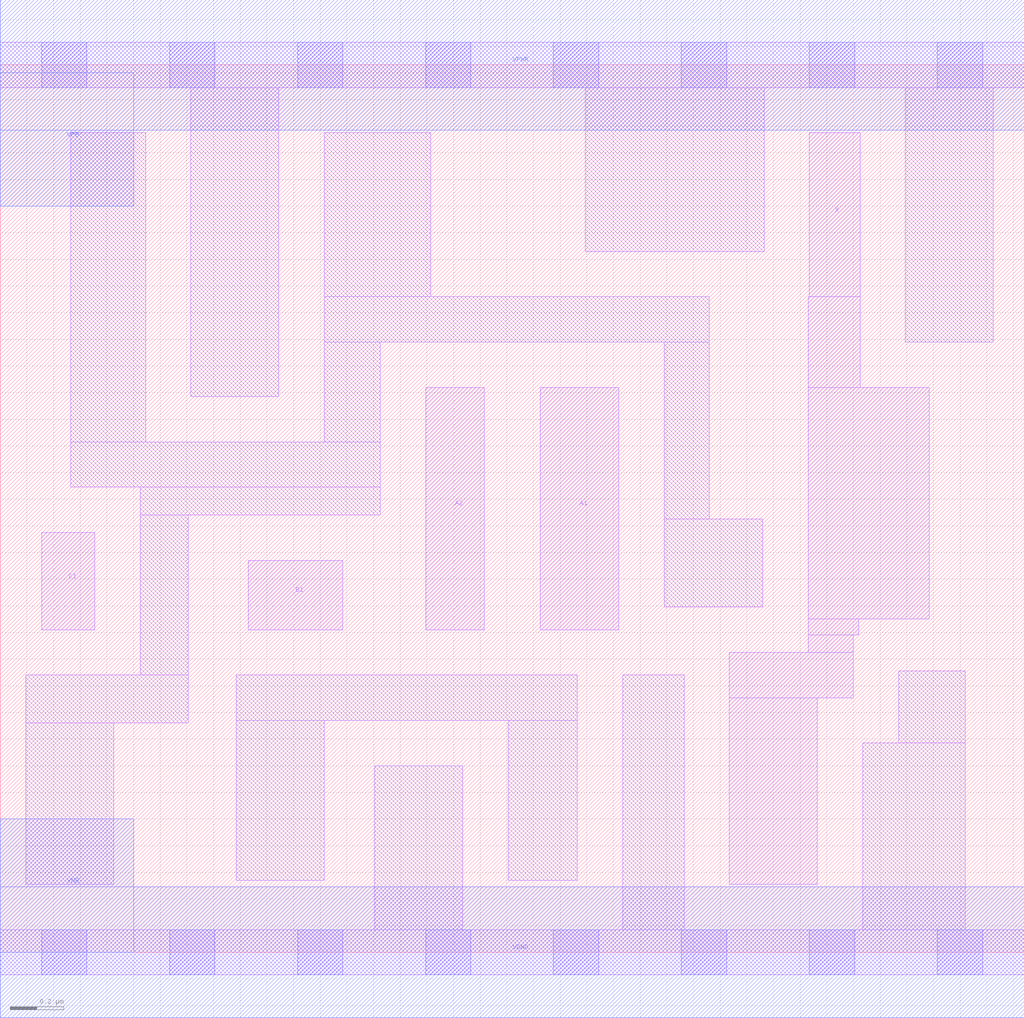
<source format=lef>
# Copyright 2020 The SkyWater PDK Authors
#
# Licensed under the Apache License, Version 2.0 (the "License");
# you may not use this file except in compliance with the License.
# You may obtain a copy of the License at
#
#     https://www.apache.org/licenses/LICENSE-2.0
#
# Unless required by applicable law or agreed to in writing, software
# distributed under the License is distributed on an "AS IS" BASIS,
# WITHOUT WARRANTIES OR CONDITIONS OF ANY KIND, either express or implied.
# See the License for the specific language governing permissions and
# limitations under the License.
#
# SPDX-License-Identifier: Apache-2.0

VERSION 5.5 ;
NAMESCASESENSITIVE ON ;
BUSBITCHARS "[]" ;
DIVIDERCHAR "/" ;
MACRO sky130_fd_sc_lp__o211a_2
  CLASS CORE ;
  SOURCE USER ;
  ORIGIN  0.000000  0.000000 ;
  SIZE  3.840000 BY  3.330000 ;
  SYMMETRY X Y R90 ;
  SITE unit ;
  PIN A1
    ANTENNAGATEAREA  0.315000 ;
    DIRECTION INPUT ;
    USE SIGNAL ;
    PORT
      LAYER li1 ;
        RECT 2.025000 1.210000 2.320000 2.120000 ;
    END
  END A1
  PIN A2
    ANTENNAGATEAREA  0.315000 ;
    DIRECTION INPUT ;
    USE SIGNAL ;
    PORT
      LAYER li1 ;
        RECT 1.595000 1.210000 1.815000 2.120000 ;
    END
  END A2
  PIN B1
    ANTENNAGATEAREA  0.315000 ;
    DIRECTION INPUT ;
    USE SIGNAL ;
    PORT
      LAYER li1 ;
        RECT 0.930000 1.210000 1.285000 1.470000 ;
    END
  END B1
  PIN C1
    ANTENNAGATEAREA  0.315000 ;
    DIRECTION INPUT ;
    USE SIGNAL ;
    PORT
      LAYER li1 ;
        RECT 0.155000 1.210000 0.355000 1.575000 ;
    END
  END C1
  PIN X
    ANTENNADIFFAREA  0.588000 ;
    DIRECTION OUTPUT ;
    USE SIGNAL ;
    PORT
      LAYER li1 ;
        RECT 2.735000 0.255000 3.065000 0.955000 ;
        RECT 2.735000 0.955000 3.200000 1.125000 ;
        RECT 3.030000 1.125000 3.200000 1.190000 ;
        RECT 3.030000 1.190000 3.220000 1.250000 ;
        RECT 3.030000 1.250000 3.485000 2.120000 ;
        RECT 3.030000 2.120000 3.225000 2.460000 ;
        RECT 3.035000 2.460000 3.225000 3.075000 ;
    END
  END X
  PIN VGND
    DIRECTION INOUT ;
    USE GROUND ;
    PORT
      LAYER met1 ;
        RECT 0.000000 -0.245000 3.840000 0.245000 ;
    END
  END VGND
  PIN VNB
    DIRECTION INOUT ;
    USE GROUND ;
    PORT
      LAYER met1 ;
        RECT 0.000000 0.000000 0.500000 0.500000 ;
    END
  END VNB
  PIN VPB
    DIRECTION INOUT ;
    USE POWER ;
    PORT
      LAYER met1 ;
        RECT 0.000000 2.800000 0.500000 3.300000 ;
    END
  END VPB
  PIN VPWR
    DIRECTION INOUT ;
    USE POWER ;
    PORT
      LAYER met1 ;
        RECT 0.000000 3.085000 3.840000 3.575000 ;
    END
  END VPWR
  OBS
    LAYER li1 ;
      RECT 0.000000 -0.085000 3.840000 0.085000 ;
      RECT 0.000000  3.245000 3.840000 3.415000 ;
      RECT 0.095000  0.255000 0.425000 0.860000 ;
      RECT 0.095000  0.860000 0.705000 1.040000 ;
      RECT 0.265000  1.745000 1.425000 1.915000 ;
      RECT 0.265000  1.915000 0.545000 3.075000 ;
      RECT 0.525000  1.040000 0.705000 1.640000 ;
      RECT 0.525000  1.640000 1.425000 1.745000 ;
      RECT 0.715000  2.085000 1.045000 3.245000 ;
      RECT 0.885000  0.270000 1.215000 0.870000 ;
      RECT 0.885000  0.870000 2.165000 1.040000 ;
      RECT 1.215000  1.915000 1.425000 2.290000 ;
      RECT 1.215000  2.290000 2.660000 2.460000 ;
      RECT 1.215000  2.460000 1.615000 3.075000 ;
      RECT 1.405000  0.085000 1.735000 0.700000 ;
      RECT 1.905000  0.270000 2.165000 0.870000 ;
      RECT 2.195000  2.630000 2.865000 3.245000 ;
      RECT 2.335000  0.085000 2.565000 1.040000 ;
      RECT 2.490000  1.295000 2.860000 1.625000 ;
      RECT 2.490000  1.625000 2.660000 2.290000 ;
      RECT 3.235000  0.085000 3.620000 0.785000 ;
      RECT 3.370000  0.785000 3.620000 1.055000 ;
      RECT 3.395000  2.290000 3.725000 3.245000 ;
    LAYER mcon ;
      RECT 0.155000 -0.085000 0.325000 0.085000 ;
      RECT 0.155000  3.245000 0.325000 3.415000 ;
      RECT 0.635000 -0.085000 0.805000 0.085000 ;
      RECT 0.635000  3.245000 0.805000 3.415000 ;
      RECT 1.115000 -0.085000 1.285000 0.085000 ;
      RECT 1.115000  3.245000 1.285000 3.415000 ;
      RECT 1.595000 -0.085000 1.765000 0.085000 ;
      RECT 1.595000  3.245000 1.765000 3.415000 ;
      RECT 2.075000 -0.085000 2.245000 0.085000 ;
      RECT 2.075000  3.245000 2.245000 3.415000 ;
      RECT 2.555000 -0.085000 2.725000 0.085000 ;
      RECT 2.555000  3.245000 2.725000 3.415000 ;
      RECT 3.035000 -0.085000 3.205000 0.085000 ;
      RECT 3.035000  3.245000 3.205000 3.415000 ;
      RECT 3.515000 -0.085000 3.685000 0.085000 ;
      RECT 3.515000  3.245000 3.685000 3.415000 ;
  END
END sky130_fd_sc_lp__o211a_2

</source>
